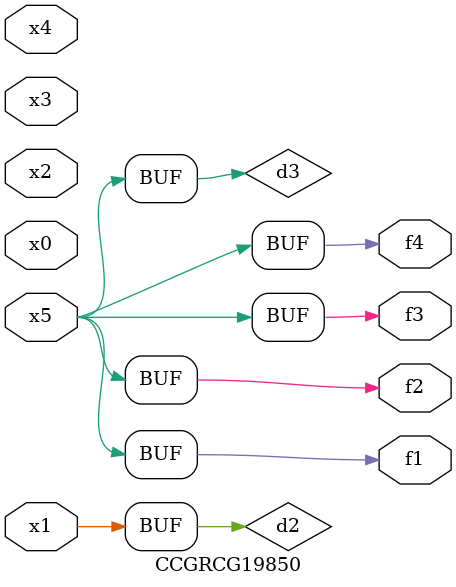
<source format=v>
module CCGRCG19850(
	input x0, x1, x2, x3, x4, x5,
	output f1, f2, f3, f4
);

	wire d1, d2, d3;

	not (d1, x5);
	or (d2, x1);
	xnor (d3, d1);
	assign f1 = d3;
	assign f2 = d3;
	assign f3 = d3;
	assign f4 = d3;
endmodule

</source>
